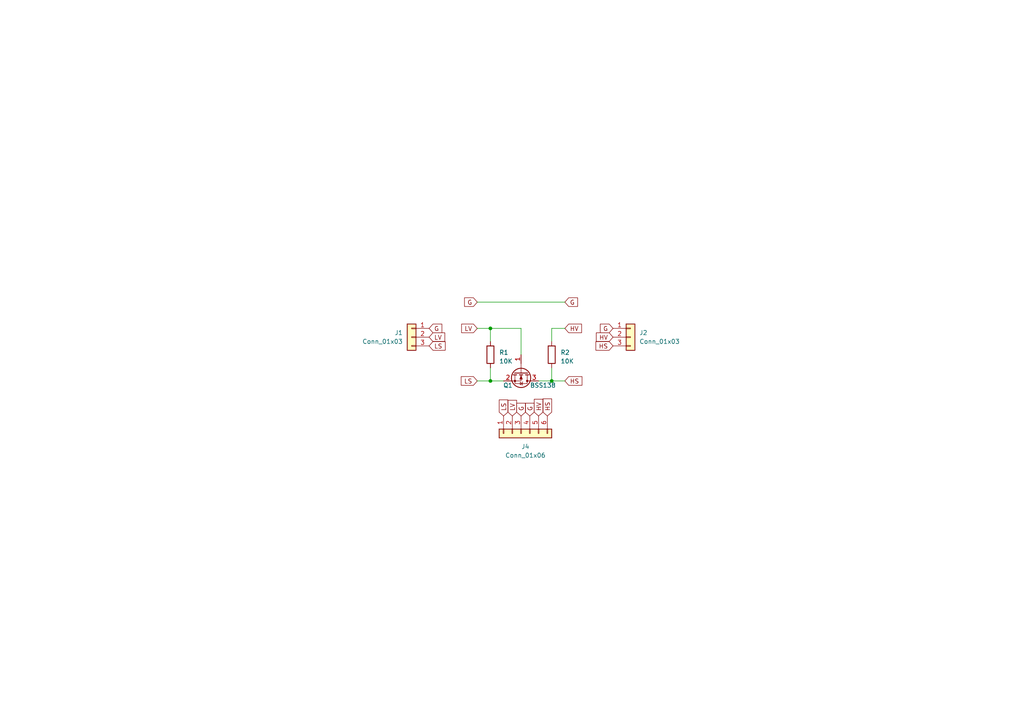
<source format=kicad_sch>
(kicad_sch (version 20230121) (generator eeschema)
  (paper "A4")
  (lib_symbols
    (symbol "Connector_Generic:Conn_01x03" (pin_names (offset 1.016) hide)
      (property "Reference" "J" (at 0 5.08 0))
      (property "Value" "Conn_01x03" (at 0 -5.08 0))
      (symbol "Conn_01x03_1_1"
        (rectangle (start -1.27 -2.413) (end 0 -2.667) (stroke (width 0.1524)))
        (rectangle (start -1.27 0.127) (end 0 -0.127) (stroke (width 0.1524)))
        (rectangle (start -1.27 2.667) (end 0 2.413) (stroke (width 0.1524)))
        (rectangle (start -1.27 3.81) (end 1.27 -3.81) (stroke (width 0.254)) (fill (type background)))
        (pin passive line (at -5.08 2.54 0) (length 3.81) (name "Pin_1") (number "1"))
        (pin passive line (at -5.08 0 0) (length 3.81) (name "Pin_2") (number "2"))
        (pin passive line (at -5.08 -2.54 0) (length 3.81) (name "Pin_3") (number "3"))
      )
    )
    (symbol "Connector_Generic:Conn_01x06" (pin_names (offset 1.016) hide)
      (property "Reference" "J" (at 0 7.62 0))
      (property "Value" "Conn_01x06" (at 0 -10.16 0))
      (symbol "Conn_01x06_1_1"
        (rectangle (start -1.27 -7.493) (end 0 -7.747) (stroke (width 0.1524)))
        (rectangle (start -1.27 -4.953) (end 0 -5.207) (stroke (width 0.1524)))
        (rectangle (start -1.27 -2.413) (end 0 -2.667) (stroke (width 0.1524)))
        (rectangle (start -1.27 0.127) (end 0 -0.127) (stroke (width 0.1524)))
        (rectangle (start -1.27 2.667) (end 0 2.413) (stroke (width 0.1524)))
        (rectangle (start -1.27 5.207) (end 0 4.953) (stroke (width 0.1524)))
        (rectangle (start -1.27 6.35) (end 1.27 -8.89) (stroke (width 0.254)) (fill (type background)))
        (pin passive line (at -5.08 5.08 0) (length 3.81) (name "Pin_1") (number "1"))
        (pin passive line (at -5.08 2.54 0) (length 3.81) (name "Pin_2") (number "2"))
        (pin passive line (at -5.08 0 0) (length 3.81) (name "Pin_3") (number "3"))
        (pin passive line (at -5.08 -2.54 0) (length 3.81) (name "Pin_4") (number "4"))
        (pin passive line (at -5.08 -5.08 0) (length 3.81) (name "Pin_5") (number "5"))
        (pin passive line (at -5.08 -7.62 0) (length 3.81) (name "Pin_6") (number "6"))
      )
    )
    (symbol "Device:R" (pin_numbers hide) (pin_names (offset 0))
      (property "Reference" "R" (at 2.032 0 90))
      (property "Value" "R" (at 0 0 90))
      (symbol "R_0_1"
        (rectangle (start -1.016 -2.54) (end 1.016 2.54) (stroke (width 0.254)))
      )
      (symbol "R_1_1"
        (pin passive line (at 0 3.81 270) (length 1.27) (name "~") (number "1"))
        (pin passive line (at 0 -3.81 90) (length 1.27) (name "~") (number "2"))
      )
    )
    (symbol "Transistor_FET:BSS138" (pin_names hide)
      (property "Reference" "Q" (at 5.08 1.905 0))
      (property "Value" "BSS138" (at 5.08 0 0))
      (symbol "BSS138_0_1"
        (polyline (pts (xy 0.254 0) (xy -2.54 0)))
        (polyline (pts (xy 0.254 1.905) (xy 0.254 -1.905)) (stroke (width 0.254)))
        (polyline (pts (xy 0.762 -1.27) (xy 0.762 -2.286)) (stroke (width 0.254)))
        (polyline (pts (xy 0.762 0.508) (xy 0.762 -0.508)) (stroke (width 0.254)))
        (polyline (pts (xy 0.762 2.286) (xy 0.762 1.27)) (stroke (width 0.254)))
        (polyline (pts (xy 2.54 2.54) (xy 2.54 1.778)))
        (polyline (pts (xy 2.54 -2.54) (xy 2.54 0) (xy 0.762 0)))
        (polyline (pts (xy 0.762 -1.778) (xy 3.302 -1.778) (xy 3.302 1.778) (xy 0.762 1.778)))
        (polyline (pts (xy 1.016 0) (xy 2.032 0.381) (xy 2.032 -0.381) (xy 1.016 0)) (fill (type outline)))
        (polyline (pts (xy 2.794 0.508) (xy 2.921 0.381) (xy 3.683 0.381) (xy 3.81 0.254)))
        (polyline (pts (xy 3.302 0.381) (xy 2.921 -0.254) (xy 3.683 -0.254) (xy 3.302 0.381)))
        (circle (center 1.651 0) (radius 2.794) (stroke (width 0.254)))
        (circle (center 2.54 -1.778) (radius 0.254) (fill (type outline)))
        (circle (center 2.54 1.778) (radius 0.254) (fill (type outline)))
      )
      (symbol "BSS138_1_1"
        (pin input line (at -5.08 0 0) (length 2.54) (name "G") (number "1"))
        (pin passive line (at 2.54 -5.08 90) (length 2.54) (name "S") (number "2"))
        (pin passive line (at 2.54 5.08 270) (length 2.54) (name "D") (number "3"))
      )
    )
  )
  (junction (at 142.24 95.25))
  (junction (at 160.02 110.49))
  (junction (at 142.24 110.49))
  (wire (pts (xy 160.02 110.49) (xy 163.83 110.49)))
  (wire (pts (xy 142.24 110.49) (xy 146.05 110.49)))
  (wire (pts (xy 138.43 110.49) (xy 142.24 110.49)))
  (wire (pts (xy 151.13 102.87) (xy 151.13 95.25)))
  (wire (pts (xy 156.21 110.49) (xy 160.02 110.49)))
  (wire (pts (xy 160.02 95.25) (xy 160.02 99.06)))
  (wire (pts (xy 151.13 95.25) (xy 142.24 95.25)))
  (wire (pts (xy 138.43 95.25) (xy 142.24 95.25)))
  (wire (pts (xy 160.02 106.68) (xy 160.02 110.49)))
  (wire (pts (xy 138.43 87.63) (xy 163.83 87.63)))
  (wire (pts (xy 163.83 95.25) (xy 160.02 95.25)))
  (wire (pts (xy 142.24 95.25) (xy 142.24 99.06)))
  (wire (pts (xy 142.24 106.68) (xy 142.24 110.49)))
  (global_label "HS" (shape input) (at 177.8 100.33 180) (property "Intersheetrefs" "${INTERSHEET_REFS}" (effects hide)))
  (global_label "LS" (shape input) (at 146.05 120.65 90) (property "Intersheetrefs" "${INTERSHEET_REFS}" (effects hide)))
  (global_label "LV" (shape input) (at 124.46 97.79 0) (property "Intersheetrefs" "${INTERSHEET_REFS}" (effects hide)))
  (global_label "HV" (shape input) (at 156.21 120.65 90) (property "Intersheetrefs" "${INTERSHEET_REFS}" (effects hide)))
  (global_label "LS" (shape input) (at 124.46 100.33 0) (property "Intersheetrefs" "${INTERSHEET_REFS}" (effects hide)))
  (global_label "G" (shape input) (at 138.43 87.63 180) (property "Intersheetrefs" "${INTERSHEET_REFS}" (effects hide)))
  (global_label "G" (shape input) (at 124.46 95.25 0) (property "Intersheetrefs" "${INTERSHEET_REFS}" (effects hide)))
  (global_label "LV" (shape input) (at 148.59 120.65 90) (property "Intersheetrefs" "${INTERSHEET_REFS}" (effects hide)))
  (global_label "G" (shape input) (at 163.83 87.63 0) (property "Intersheetrefs" "${INTERSHEET_REFS}" (effects hide)))
  (global_label "HV" (shape input) (at 177.8 97.79 180) (property "Intersheetrefs" "${INTERSHEET_REFS}" (effects hide)))
  (global_label "G" (shape input) (at 153.67 120.65 90) (property "Intersheetrefs" "${INTERSHEET_REFS}" (effects hide)))
  (global_label "LS" (shape input) (at 138.43 110.49 180) (property "Intersheetrefs" "${INTERSHEET_REFS}" (effects hide)))
  (global_label "HS" (shape input) (at 158.75 120.65 90) (property "Intersheetrefs" "${INTERSHEET_REFS}" (effects hide)))
  (global_label "HS" (shape input) (at 163.83 110.49 0) (property "Intersheetrefs" "${INTERSHEET_REFS}" (effects hide)))
  (global_label "G" (shape input) (at 151.13 120.65 90) (property "Intersheetrefs" "${INTERSHEET_REFS}" (effects hide)))
  (global_label "G" (shape input) (at 177.8 95.25 180) (property "Intersheetrefs" "${INTERSHEET_REFS}" (effects hide)))
  (global_label "LV" (shape input) (at 138.43 95.25 180) (property "Intersheetrefs" "${INTERSHEET_REFS}" (effects hide)))
  (global_label "HV" (shape input) (at 163.83 95.25 0) (property "Intersheetrefs" "${INTERSHEET_REFS}" (effects hide)))
  (symbol (lib_id "Connector_Generic:Conn_01x06") (at 151.13 125.73 90) (mirror x) (unit 1)
    (property "Reference" "J4" (at 152.4 129.54 90))
    (property "Value" "Conn_01x06" (at 152.4 132.08 90))
    (property "Footprint" "Custom:PinHeader_1x06_P2.54mm_Vertical_no_silk" (effects hide))
  )
  (symbol (lib_id "Device:R") (at 160.02 102.87 0) (unit 1)
    (property "Reference" "R2" (at 162.56 102.235 0) (effects (justify left)))
    (property "Value" "10K" (at 162.56 104.775 0) (effects (justify left)))
    (property "Footprint" "Resistor_SMD:R_0805_2012Metric_Pad1.20x1.40mm_HandSolder" (effects hide))
  )
  (symbol (lib_id "Connector_Generic:Conn_01x03") (at 182.88 97.79 0) (unit 1)
    (property "Reference" "J2" (at 185.42 96.52 0) (effects (justify left)))
    (property "Value" "Conn_01x03" (at 185.42 99.06 0) (effects (justify left)))
    (property "Footprint" "Custom:PinHeader_1x03_P2.54mm_Vertical_no_silk" (effects hide))
  )
  (symbol (lib_id "Device:R") (at 142.24 102.87 0) (unit 1)
    (property "Reference" "R1" (at 144.78 102.235 0) (effects (justify left)))
    (property "Value" "10K" (at 144.78 104.775 0) (effects (justify left)))
    (property "Footprint" "Resistor_SMD:R_0805_2012Metric_Pad1.20x1.40mm_HandSolder" (effects hide))
  )
  (symbol (lib_id "Transistor_FET:BSS138") (at 151.13 107.95 270) (unit 1)
    (property "Reference" "Q1" (at 147.32 111.76 90))
    (property "Value" "BSS138" (at 157.48 111.76 90))
    (property "Footprint" "Package_TO_SOT_SMD:SOT-23_Handsoldering" (effects hide))
    (property "Datasheet" "https://www.onsemi.com/pub/Collateral/BSS138-D.PDF" (effects hide))
  )
  (symbol (lib_id "Connector_Generic:Conn_01x03") (at 119.38 97.79 0) (mirror y) (unit 1)
    (property "Reference" "J1" (at 116.84 96.52 0) (effects (justify left)))
    (property "Value" "Conn_01x03" (at 116.84 99.06 0) (effects (justify left)))
    (property "Footprint" "Custom:PinHeader_1x03_P2.54mm_Vertical_no_silk" (effects hide))
  )
)
</source>
